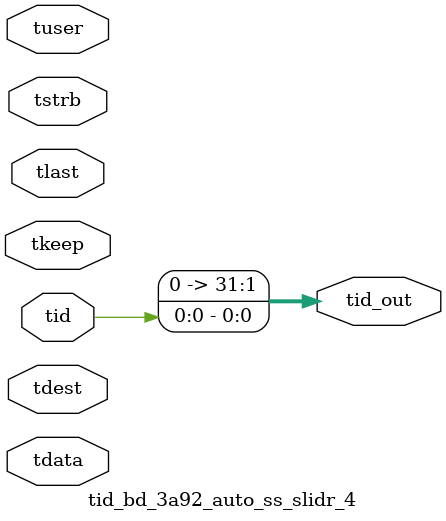
<source format=v>


`timescale 1ps/1ps

module tid_bd_3a92_auto_ss_slidr_4 #
(
parameter C_S_AXIS_TID_WIDTH   = 1,
parameter C_S_AXIS_TUSER_WIDTH = 0,
parameter C_S_AXIS_TDATA_WIDTH = 0,
parameter C_S_AXIS_TDEST_WIDTH = 0,
parameter C_M_AXIS_TID_WIDTH   = 32
)
(
input  [(C_S_AXIS_TID_WIDTH   == 0 ? 1 : C_S_AXIS_TID_WIDTH)-1:0       ] tid,
input  [(C_S_AXIS_TDATA_WIDTH == 0 ? 1 : C_S_AXIS_TDATA_WIDTH)-1:0     ] tdata,
input  [(C_S_AXIS_TUSER_WIDTH == 0 ? 1 : C_S_AXIS_TUSER_WIDTH)-1:0     ] tuser,
input  [(C_S_AXIS_TDEST_WIDTH == 0 ? 1 : C_S_AXIS_TDEST_WIDTH)-1:0     ] tdest,
input  [(C_S_AXIS_TDATA_WIDTH/8)-1:0 ] tkeep,
input  [(C_S_AXIS_TDATA_WIDTH/8)-1:0 ] tstrb,
input                                                                    tlast,
output [(C_M_AXIS_TID_WIDTH   == 0 ? 1 : C_M_AXIS_TID_WIDTH)-1:0       ] tid_out
);

assign tid_out = {tid[0:0]};

endmodule


</source>
